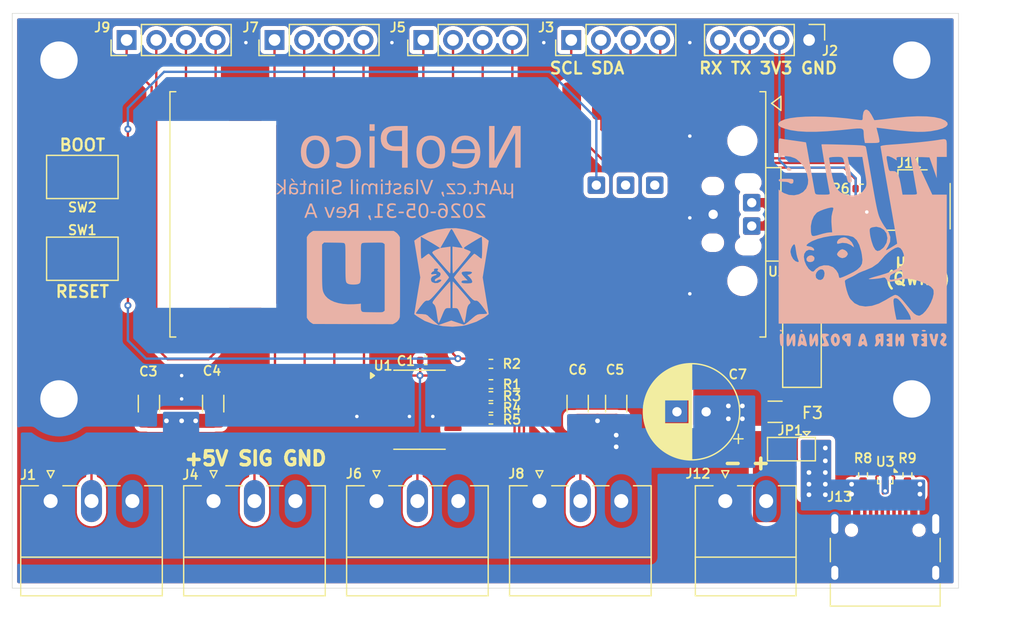
<source format=kicad_pcb>
(kicad_pcb
	(version 20240108)
	(generator "pcbnew")
	(generator_version "8.0")
	(general
		(thickness 1.09)
		(legacy_teardrops no)
	)
	(paper "A4")
	(title_block
		(title "NeoPico")
		(date "2024-10-22")
		(rev "A")
		(company "µArt.cz")
		(comment 1 "Vlastimil Slinták")
	)
	(layers
		(0 "F.Cu" signal)
		(31 "B.Cu" signal)
		(32 "B.Adhes" user "B.Adhesive")
		(33 "F.Adhes" user "F.Adhesive")
		(34 "B.Paste" user)
		(35 "F.Paste" user)
		(36 "B.SilkS" user "B.Silkscreen")
		(37 "F.SilkS" user "F.Silkscreen")
		(38 "B.Mask" user)
		(39 "F.Mask" user)
		(40 "Dwgs.User" user "User.Drawings")
		(41 "Cmts.User" user "User.Comments")
		(42 "Eco1.User" user "User.Eco1")
		(43 "Eco2.User" user "User.Eco2")
		(44 "Edge.Cuts" user)
		(45 "Margin" user)
		(46 "B.CrtYd" user "B.Courtyard")
		(47 "F.CrtYd" user "F.Courtyard")
		(48 "B.Fab" user)
		(49 "F.Fab" user)
		(50 "User.1" user)
		(51 "User.2" user)
		(52 "User.3" user)
		(53 "User.4" user)
		(54 "User.5" user)
		(55 "User.6" user)
		(56 "User.7" user)
		(57 "User.8" user)
		(58 "User.9" user)
	)
	(setup
		(stackup
			(layer "F.SilkS"
				(type "Top Silk Screen")
			)
			(layer "F.Paste"
				(type "Top Solder Paste")
			)
			(layer "F.Mask"
				(type "Top Solder Mask")
				(thickness 0.01)
			)
			(layer "F.Cu"
				(type "copper")
				(thickness 0.035)
			)
			(layer "dielectric 1"
				(type "core")
				(thickness 1)
				(material "FR4")
				(epsilon_r 4.5)
				(loss_tangent 0.02)
			)
			(layer "B.Cu"
				(type "copper")
				(thickness 0.035)
			)
			(layer "B.Mask"
				(type "Bottom Solder Mask")
				(thickness 0.01)
			)
			(layer "B.Paste"
				(type "Bottom Solder Paste")
			)
			(layer "B.SilkS"
				(type "Bottom Silk Screen")
			)
			(copper_finish "None")
			(dielectric_constraints no)
		)
		(pad_to_mask_clearance 0)
		(allow_soldermask_bridges_in_footprints no)
		(aux_axis_origin 84 66)
		(grid_origin 84 66)
		(pcbplotparams
			(layerselection 0x00010fc_ffffffff)
			(plot_on_all_layers_selection 0x0000000_00000000)
			(disableapertmacros no)
			(usegerberextensions no)
			(usegerberattributes yes)
			(usegerberadvancedattributes yes)
			(creategerberjobfile yes)
			(dashed_line_dash_ratio 12.000000)
			(dashed_line_gap_ratio 3.000000)
			(svgprecision 4)
			(plotframeref no)
			(viasonmask no)
			(mode 1)
			(useauxorigin no)
			(hpglpennumber 1)
			(hpglpenspeed 20)
			(hpglpendiameter 15.000000)
			(pdf_front_fp_property_popups yes)
			(pdf_back_fp_property_popups yes)
			(dxfpolygonmode yes)
			(dxfimperialunits yes)
			(dxfusepcbnewfont yes)
			(psnegative no)
			(psa4output no)
			(plotreference yes)
			(plotvalue yes)
			(plotfptext yes)
			(plotinvisibletext no)
			(sketchpadsonfab no)
			(subtractmaskfromsilk no)
			(outputformat 1)
			(mirror no)
			(drillshape 1)
			(scaleselection 1)
			(outputdirectory "")
		)
	)
	(net 0 "")
	(net 1 "GND")
	(net 2 "+5V")
	(net 3 "+3V3")
	(net 4 "Net-(JP1-C)")
	(net 5 "Net-(J1-Pin_2)")
	(net 6 "Net-(J2-Pin_3)")
	(net 7 "Net-(J2-Pin_4)")
	(net 8 "Net-(J3-Pin_3)")
	(net 9 "I2C_SDA")
	(net 10 "Net-(J3-Pin_4)")
	(net 11 "I2C_SCL")
	(net 12 "Net-(J4-Pin_2)")
	(net 13 "Net-(J5-Pin_1)")
	(net 14 "Net-(J5-Pin_3)")
	(net 15 "Net-(J5-Pin_4)")
	(net 16 "Net-(J5-Pin_2)")
	(net 17 "Net-(J6-Pin_2)")
	(net 18 "Net-(J7-Pin_4)")
	(net 19 "Net-(J7-Pin_2)")
	(net 20 "Net-(J7-Pin_1)")
	(net 21 "Net-(J7-Pin_3)")
	(net 22 "Net-(J8-Pin_2)")
	(net 23 "Net-(J9-Pin_1)")
	(net 24 "Net-(J9-Pin_3)")
	(net 25 "Net-(J9-Pin_2)")
	(net 26 "Net-(J9-Pin_4)")
	(net 27 "Net-(J13-CC1)")
	(net 28 "USB+")
	(net 29 "Net-(JP1-A)")
	(net 30 "USB-")
	(net 31 "Net-(J13-CC2)")
	(net 32 "Net-(U1-B0)")
	(net 33 "Net-(U2-RUN)")
	(net 34 "Net-(U1-B1)")
	(net 35 "Net-(U1-B2)")
	(net 36 "Net-(U1-B3)")
	(net 37 "Net-(U2-BOOTSEL)")
	(net 38 "unconnected-(U1-B6-Pad12)")
	(net 39 "NEOP1")
	(net 40 "unconnected-(U1-B5-Pad13)")
	(net 41 "unconnected-(U1-B7-Pad11)")
	(net 42 "unconnected-(U1-B4-Pad14)")
	(net 43 "NEOP2")
	(net 44 "NEOP3")
	(net 45 "NEOP4")
	(net 46 "unconnected-(U2-VSYS-Pad39)")
	(net 47 "unconnected-(U2-WIFI_GP0-PadTP5)")
	(net 48 "unconnected-(U2-WIFI_GP1-PadTP4)")
	(net 49 "unconnected-(U2-ADC_{VREF}-Pad35)")
	(net 50 "unconnected-(U2-3V3_{EN}-Pad37)")
	(net 51 "Net-(J12-Pin_2)")
	(net 52 "unconnected-(U2-GP26-Pad31)")
	(net 53 "unconnected-(U2-GP28-Pad34)")
	(net 54 "unconnected-(U2-GP27-Pad32)")
	(net 55 "unconnected-(U2-GP22-Pad29)")
	(footprint "Connector_Phoenix_MC:PhoenixContact_MC_1,5_3-G-3.5_1x03_P3.50mm_Horizontal" (layer "F.Cu") (at 87.285 107.7425))
	(footprint "MountingHole:MountingHole_3.2mm_M3_Pad" (layer "F.Cu") (at 161 99 -90))
	(footprint "Parts:Raspberry-Pico-W-HandSoldering" (layer "F.Cu") (at 97.5 72.7 -90))
	(footprint "Jumper:SolderJumper-3_P1.3mm_Open_Pad1.0x1.5mm" (layer "F.Cu") (at 150.7 103.3 180))
	(footprint "Fuse:Fuse_1206_3216Metric" (layer "F.Cu") (at 149.3 100.1 180))
	(footprint "Resistor_SMD:R_0402_1005Metric" (layer "F.Cu") (at 124.975 98.765))
	(footprint "Package_SO:TSSOP-20_4.4x6.5mm_P0.65mm" (layer "F.Cu") (at 118.8625 99.925))
	(footprint "MountingHole:MountingHole_3.2mm_M3_Pad" (layer "F.Cu") (at 88 70 -90))
	(footprint "Capacitor_THT:CP_Radial_D8.0mm_P2.50mm" (layer "F.Cu") (at 143.4 100.1 180))
	(footprint "Capacitor_SMD:C_0402_1005Metric" (layer "F.Cu") (at 119.4 95.7 180))
	(footprint "Connector_PinHeader_2.54mm:PinHeader_1x04_P2.54mm_Vertical" (layer "F.Cu") (at 106.45 68.275 90))
	(footprint "Diode_SMD:D_SMA" (layer "F.Cu") (at 151.6 94.5 90))
	(footprint "Resistor_SMD:R_0402_1005Metric" (layer "F.Cu") (at 124.975 97.735))
	(footprint "Capacitor_SMD:C_1206_3216Metric" (layer "F.Cu") (at 135.7 99.4 90))
	(footprint "Connector_PinHeader_2.54mm:PinHeader_1x04_P2.54mm_Vertical" (layer "F.Cu") (at 119.19 68.275 90))
	(footprint "Connector_USB:USB_C_Receptacle_HRO_TYPE-C-31-M-12" (layer "F.Cu") (at 158.73 112.835))
	(footprint "Connector_Phoenix_MC:PhoenixContact_MC_1,5_3-G-3.5_1x03_P3.50mm_Horizontal" (layer "F.Cu") (at 101.233333 107.7425))
	(footprint "Connector_Phoenix_MC:PhoenixContact_MC_1,5_2-G-3.5_1x02_P3.50mm_Horizontal" (layer "F.Cu") (at 145.035 107.7425))
	(footprint "Connector_PinHeader_2.54mm:PinHeader_1x04_P2.54mm_Vertical" (layer "F.Cu") (at 131.85 68.275 90))
	(footprint "Button_Switch_SMD:SW_SPST_CK_RS282G05A3" (layer "F.Cu") (at 90 80 180))
	(footprint "MountingHole:MountingHole_3.2mm_M3_Pad" (layer "F.Cu") (at 88 99 -90))
	(footprint "Resistor_SMD:R_0402_1005Metric" (layer "F.Cu") (at 156.7 82))
	(footprint "Resistor_SMD:R_0402_1005Metric" (layer "F.Cu") (at 156.83 105.475 90))
	(footprint "Connector_Phoenix_MC:PhoenixContact_MC_1,5_3-G-3.5_1x03_P3.50mm_Horizontal" (layer "F.Cu") (at 129.13 107.7425))
	(footprint "Resistor_SMD:R_0402_1005Metric" (layer "F.Cu") (at 124.975 100.765))
	(footprint "Resistor_SMD:R_0402_1005Metric" (layer "F.Cu") (at 156.7 81))
	(footprint "Connector_JST:JST_SH_SM04B-SRSS-TB_1x04-1MP_P1.00mm_Horizontal" (layer "F.Cu") (at 161.6 82.5 90))
	(footprint "MountingHole:MountingHole_3.2mm_M3_Pad" (layer "F.Cu") (at 161 70 -90))
	(footprint "Connector_Phoenix_MC:PhoenixContact_MC_1,5_3-G-3.5_1x03_P3.50mm_Horizontal" (layer "F.Cu") (at 115.181666 107.7425))
	(footprint "Capacitor_SMD:C_1206_3216Metric"
		(layer "F.Cu")
		(uuid "c5335bfb-62c5-4128-902a-8dc30
... [415653 chars truncated]
</source>
